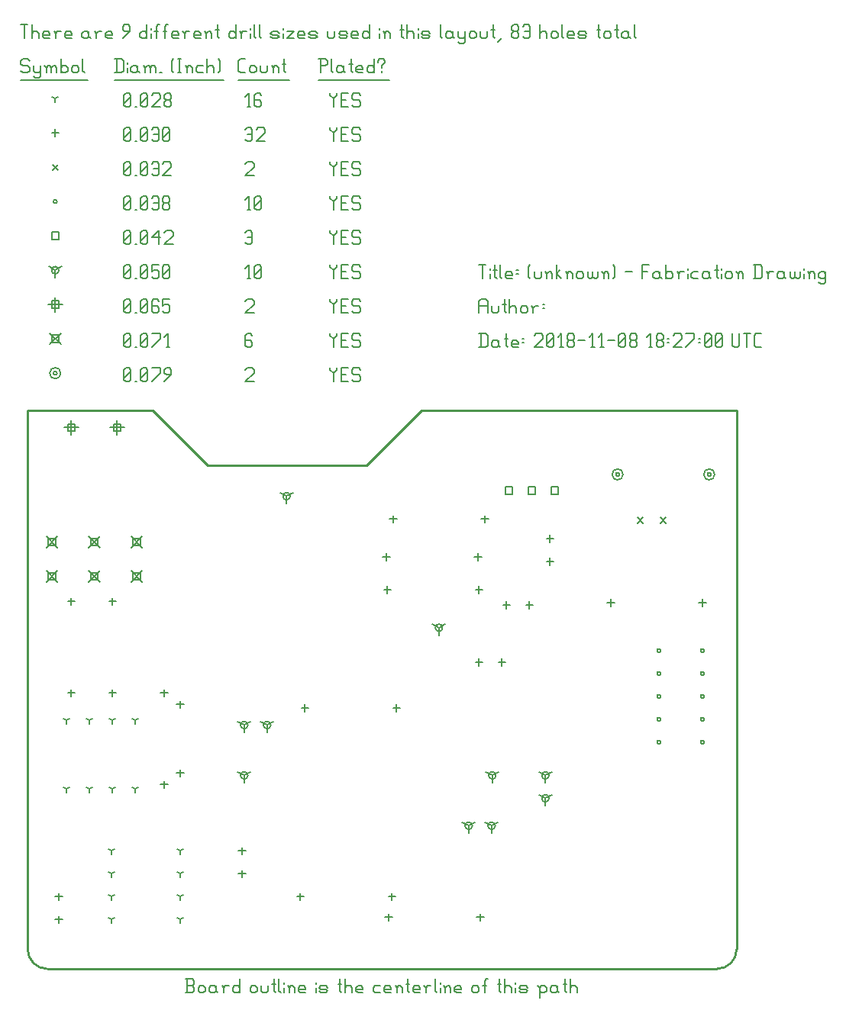
<source format=gbr>
G04 start of page 10 for group -1 layer_idx 268435461 *
G04 Title: (unknown), <virtual group> *
G04 Creator: pcb-rnd 2.0.1 *
G04 CreationDate: 2018-11-08 18:27:00 UTC *
G04 For:  *
G04 Format: Gerber/RS-274X *
G04 PCB-Dimensions: 316500 250000 *
G04 PCB-Coordinate-Origin: lower left *
%MOIN*%
%FSLAX25Y25*%
%LNFAB*%
%ADD82C,0.0100*%
%ADD81C,0.0060*%
%ADD80C,0.0080*%
G54D80*X259700Y217000D02*G75*G03X261300Y217000I800J0D01*G01*
G75*G03X259700Y217000I-800J0D01*G01*
X258100D02*G75*G03X262900Y217000I2400J0D01*G01*
G75*G03X258100Y217000I-2400J0D01*G01*
X299700D02*G75*G03X301300Y217000I800J0D01*G01*
G75*G03X299700Y217000I-800J0D01*G01*
X298100D02*G75*G03X302900Y217000I2400J0D01*G01*
G75*G03X298100Y217000I-2400J0D01*G01*
X14200Y261250D02*G75*G03X15800Y261250I800J0D01*G01*
G75*G03X14200Y261250I-800J0D01*G01*
X12600D02*G75*G03X17400Y261250I2400J0D01*G01*
G75*G03X12600Y261250I-2400J0D01*G01*
G54D81*X135000Y263500D02*Y262750D01*
X136500Y261250D01*
X138000Y262750D01*
Y263500D02*Y262750D01*
X136500Y261250D02*Y257500D01*
X139800Y260500D02*X142050D01*
X139800Y257500D02*X142800D01*
X139800Y263500D02*Y257500D01*
Y263500D02*X142800D01*
X147600D02*X148350Y262750D01*
X145350Y263500D02*X147600D01*
X144600Y262750D02*X145350Y263500D01*
X144600Y262750D02*Y261250D01*
X145350Y260500D01*
X147600D01*
X148350Y259750D01*
Y258250D01*
X147600Y257500D02*X148350Y258250D01*
X145350Y257500D02*X147600D01*
X144600Y258250D02*X145350Y257500D01*
X98000Y262750D02*X98750Y263500D01*
X101000D01*
X101750Y262750D01*
Y261250D01*
X98000Y257500D02*X101750Y261250D01*
X98000Y257500D02*X101750D01*
X45000Y258250D02*X45750Y257500D01*
X45000Y262750D02*Y258250D01*
Y262750D02*X45750Y263500D01*
X47250D01*
X48000Y262750D01*
Y258250D01*
X47250Y257500D02*X48000Y258250D01*
X45750Y257500D02*X47250D01*
X45000Y259000D02*X48000Y262000D01*
X49800Y257500D02*X50550D01*
X52350Y258250D02*X53100Y257500D01*
X52350Y262750D02*Y258250D01*
Y262750D02*X53100Y263500D01*
X54600D01*
X55350Y262750D01*
Y258250D01*
X54600Y257500D02*X55350Y258250D01*
X53100Y257500D02*X54600D01*
X52350Y259000D02*X55350Y262000D01*
X57150Y257500D02*X60900Y261250D01*
Y263500D02*Y261250D01*
X57150Y263500D02*X60900D01*
X62700Y257500D02*X65700Y260500D01*
Y262750D02*Y260500D01*
X64950Y263500D02*X65700Y262750D01*
X63450Y263500D02*X64950D01*
X62700Y262750D02*X63450Y263500D01*
X62700Y262750D02*Y261250D01*
X63450Y260500D01*
X65700D01*
X29600Y189900D02*X34400Y185100D01*
X29600D02*X34400Y189900D01*
X30400Y189100D02*X33600D01*
X30400D02*Y185900D01*
X33600D01*
Y189100D02*Y185900D01*
X29600Y174900D02*X34400Y170100D01*
X29600D02*X34400Y174900D01*
X30400Y174100D02*X33600D01*
X30400D02*Y170900D01*
X33600D01*
Y174100D02*Y170900D01*
X11100Y189900D02*X15900Y185100D01*
X11100D02*X15900Y189900D01*
X11900Y189100D02*X15100D01*
X11900D02*Y185900D01*
X15100D01*
Y189100D02*Y185900D01*
X48100Y189900D02*X52900Y185100D01*
X48100D02*X52900Y189900D01*
X48900Y189100D02*X52100D01*
X48900D02*Y185900D01*
X52100D01*
Y189100D02*Y185900D01*
X48100Y174900D02*X52900Y170100D01*
X48100D02*X52900Y174900D01*
X48900Y174100D02*X52100D01*
X48900D02*Y170900D01*
X52100D01*
Y174100D02*Y170900D01*
X11100Y174900D02*X15900Y170100D01*
X11100D02*X15900Y174900D01*
X11900Y174100D02*X15100D01*
X11900D02*Y170900D01*
X15100D01*
Y174100D02*Y170900D01*
X12600Y278650D02*X17400Y273850D01*
X12600D02*X17400Y278650D01*
X13400Y277850D02*X16600D01*
X13400D02*Y274650D01*
X16600D01*
Y277850D02*Y274650D01*
X135000Y278500D02*Y277750D01*
X136500Y276250D01*
X138000Y277750D01*
Y278500D02*Y277750D01*
X136500Y276250D02*Y272500D01*
X139800Y275500D02*X142050D01*
X139800Y272500D02*X142800D01*
X139800Y278500D02*Y272500D01*
Y278500D02*X142800D01*
X147600D02*X148350Y277750D01*
X145350Y278500D02*X147600D01*
X144600Y277750D02*X145350Y278500D01*
X144600Y277750D02*Y276250D01*
X145350Y275500D01*
X147600D01*
X148350Y274750D01*
Y273250D01*
X147600Y272500D02*X148350Y273250D01*
X145350Y272500D02*X147600D01*
X144600Y273250D02*X145350Y272500D01*
X100250Y278500D02*X101000Y277750D01*
X98750Y278500D02*X100250D01*
X98000Y277750D02*X98750Y278500D01*
X98000Y277750D02*Y273250D01*
X98750Y272500D01*
X100250Y275500D02*X101000Y274750D01*
X98000Y275500D02*X100250D01*
X98750Y272500D02*X100250D01*
X101000Y273250D01*
Y274750D02*Y273250D01*
X45000D02*X45750Y272500D01*
X45000Y277750D02*Y273250D01*
Y277750D02*X45750Y278500D01*
X47250D01*
X48000Y277750D01*
Y273250D01*
X47250Y272500D02*X48000Y273250D01*
X45750Y272500D02*X47250D01*
X45000Y274000D02*X48000Y277000D01*
X49800Y272500D02*X50550D01*
X52350Y273250D02*X53100Y272500D01*
X52350Y277750D02*Y273250D01*
Y277750D02*X53100Y278500D01*
X54600D01*
X55350Y277750D01*
Y273250D01*
X54600Y272500D02*X55350Y273250D01*
X53100Y272500D02*X54600D01*
X52350Y274000D02*X55350Y277000D01*
X57150Y272500D02*X60900Y276250D01*
Y278500D02*Y276250D01*
X57150Y278500D02*X60900D01*
X63450Y272500D02*X64950D01*
X64200Y278500D02*Y272500D01*
X62700Y277000D02*X64200Y278500D01*
X22000Y240700D02*Y234300D01*
X18800Y237500D02*X25200D01*
X20400Y239100D02*X23600D01*
X20400D02*Y235900D01*
X23600D01*
Y239100D02*Y235900D01*
X42000Y240700D02*Y234300D01*
X38800Y237500D02*X45200D01*
X40400Y239100D02*X43600D01*
X40400D02*Y235900D01*
X43600D01*
Y239100D02*Y235900D01*
X15000Y294450D02*Y288050D01*
X11800Y291250D02*X18200D01*
X13400Y292850D02*X16600D01*
X13400D02*Y289650D01*
X16600D01*
Y292850D02*Y289650D01*
X135000Y293500D02*Y292750D01*
X136500Y291250D01*
X138000Y292750D01*
Y293500D02*Y292750D01*
X136500Y291250D02*Y287500D01*
X139800Y290500D02*X142050D01*
X139800Y287500D02*X142800D01*
X139800Y293500D02*Y287500D01*
Y293500D02*X142800D01*
X147600D02*X148350Y292750D01*
X145350Y293500D02*X147600D01*
X144600Y292750D02*X145350Y293500D01*
X144600Y292750D02*Y291250D01*
X145350Y290500D01*
X147600D01*
X148350Y289750D01*
Y288250D01*
X147600Y287500D02*X148350Y288250D01*
X145350Y287500D02*X147600D01*
X144600Y288250D02*X145350Y287500D01*
X98000Y292750D02*X98750Y293500D01*
X101000D01*
X101750Y292750D01*
Y291250D01*
X98000Y287500D02*X101750Y291250D01*
X98000Y287500D02*X101750D01*
X45000Y288250D02*X45750Y287500D01*
X45000Y292750D02*Y288250D01*
Y292750D02*X45750Y293500D01*
X47250D01*
X48000Y292750D01*
Y288250D01*
X47250Y287500D02*X48000Y288250D01*
X45750Y287500D02*X47250D01*
X45000Y289000D02*X48000Y292000D01*
X49800Y287500D02*X50550D01*
X52350Y288250D02*X53100Y287500D01*
X52350Y292750D02*Y288250D01*
Y292750D02*X53100Y293500D01*
X54600D01*
X55350Y292750D01*
Y288250D01*
X54600Y287500D02*X55350Y288250D01*
X53100Y287500D02*X54600D01*
X52350Y289000D02*X55350Y292000D01*
X59400Y293500D02*X60150Y292750D01*
X57900Y293500D02*X59400D01*
X57150Y292750D02*X57900Y293500D01*
X57150Y292750D02*Y288250D01*
X57900Y287500D01*
X59400Y290500D02*X60150Y289750D01*
X57150Y290500D02*X59400D01*
X57900Y287500D02*X59400D01*
X60150Y288250D01*
Y289750D02*Y288250D01*
X61950Y293500D02*X64950D01*
X61950D02*Y290500D01*
X62700Y291250D01*
X64200D01*
X64950Y290500D01*
Y288250D01*
X64200Y287500D02*X64950Y288250D01*
X62700Y287500D02*X64200D01*
X61950Y288250D02*X62700Y287500D01*
X229000Y85500D02*Y82300D01*
Y85500D02*X231773Y87100D01*
X229000Y85500D02*X226227Y87100D01*
X227400Y85500D02*G75*G03X230600Y85500I1600J0D01*G01*
G75*G03X227400Y85500I-1600J0D01*G01*
X229000Y75500D02*Y72300D01*
Y75500D02*X231773Y77100D01*
X229000Y75500D02*X226227Y77100D01*
X227400Y75500D02*G75*G03X230600Y75500I1600J0D01*G01*
G75*G03X227400Y75500I-1600J0D01*G01*
X195500Y63500D02*Y60300D01*
Y63500D02*X198273Y65100D01*
X195500Y63500D02*X192727Y65100D01*
X193900Y63500D02*G75*G03X197100Y63500I1600J0D01*G01*
G75*G03X193900Y63500I-1600J0D01*G01*
X205500D02*Y60300D01*
Y63500D02*X208273Y65100D01*
X205500Y63500D02*X202727Y65100D01*
X203900Y63500D02*G75*G03X207100Y63500I1600J0D01*G01*
G75*G03X203900Y63500I-1600J0D01*G01*
X205800Y85500D02*Y82300D01*
Y85500D02*X208573Y87100D01*
X205800Y85500D02*X203027Y87100D01*
X204200Y85500D02*G75*G03X207400Y85500I1600J0D01*G01*
G75*G03X204200Y85500I-1600J0D01*G01*
X116000Y207500D02*Y204300D01*
Y207500D02*X118773Y209100D01*
X116000Y207500D02*X113227Y209100D01*
X114400Y207500D02*G75*G03X117600Y207500I1600J0D01*G01*
G75*G03X114400Y207500I-1600J0D01*G01*
X182500Y150000D02*Y146800D01*
Y150000D02*X185273Y151600D01*
X182500Y150000D02*X179727Y151600D01*
X180900Y150000D02*G75*G03X184100Y150000I1600J0D01*G01*
G75*G03X180900Y150000I-1600J0D01*G01*
X97500Y107500D02*Y104300D01*
Y107500D02*X100273Y109100D01*
X97500Y107500D02*X94727Y109100D01*
X95900Y107500D02*G75*G03X99100Y107500I1600J0D01*G01*
G75*G03X95900Y107500I-1600J0D01*G01*
X107500D02*Y104300D01*
Y107500D02*X110273Y109100D01*
X107500Y107500D02*X104727Y109100D01*
X105900Y107500D02*G75*G03X109100Y107500I1600J0D01*G01*
G75*G03X105900Y107500I-1600J0D01*G01*
X97500Y85500D02*Y82300D01*
Y85500D02*X100273Y87100D01*
X97500Y85500D02*X94727Y87100D01*
X95900Y85500D02*G75*G03X99100Y85500I1600J0D01*G01*
G75*G03X95900Y85500I-1600J0D01*G01*
X15000Y306250D02*Y303050D01*
Y306250D02*X17773Y307850D01*
X15000Y306250D02*X12227Y307850D01*
X13400Y306250D02*G75*G03X16600Y306250I1600J0D01*G01*
G75*G03X13400Y306250I-1600J0D01*G01*
X135000Y308500D02*Y307750D01*
X136500Y306250D01*
X138000Y307750D01*
Y308500D02*Y307750D01*
X136500Y306250D02*Y302500D01*
X139800Y305500D02*X142050D01*
X139800Y302500D02*X142800D01*
X139800Y308500D02*Y302500D01*
Y308500D02*X142800D01*
X147600D02*X148350Y307750D01*
X145350Y308500D02*X147600D01*
X144600Y307750D02*X145350Y308500D01*
X144600Y307750D02*Y306250D01*
X145350Y305500D01*
X147600D01*
X148350Y304750D01*
Y303250D01*
X147600Y302500D02*X148350Y303250D01*
X145350Y302500D02*X147600D01*
X144600Y303250D02*X145350Y302500D01*
X98750D02*X100250D01*
X99500Y308500D02*Y302500D01*
X98000Y307000D02*X99500Y308500D01*
X102050Y303250D02*X102800Y302500D01*
X102050Y307750D02*Y303250D01*
Y307750D02*X102800Y308500D01*
X104300D01*
X105050Y307750D01*
Y303250D01*
X104300Y302500D02*X105050Y303250D01*
X102800Y302500D02*X104300D01*
X102050Y304000D02*X105050Y307000D01*
X45000Y303250D02*X45750Y302500D01*
X45000Y307750D02*Y303250D01*
Y307750D02*X45750Y308500D01*
X47250D01*
X48000Y307750D01*
Y303250D01*
X47250Y302500D02*X48000Y303250D01*
X45750Y302500D02*X47250D01*
X45000Y304000D02*X48000Y307000D01*
X49800Y302500D02*X50550D01*
X52350Y303250D02*X53100Y302500D01*
X52350Y307750D02*Y303250D01*
Y307750D02*X53100Y308500D01*
X54600D01*
X55350Y307750D01*
Y303250D01*
X54600Y302500D02*X55350Y303250D01*
X53100Y302500D02*X54600D01*
X52350Y304000D02*X55350Y307000D01*
X57150Y308500D02*X60150D01*
X57150D02*Y305500D01*
X57900Y306250D01*
X59400D01*
X60150Y305500D01*
Y303250D01*
X59400Y302500D02*X60150Y303250D01*
X57900Y302500D02*X59400D01*
X57150Y303250D02*X57900Y302500D01*
X61950Y303250D02*X62700Y302500D01*
X61950Y307750D02*Y303250D01*
Y307750D02*X62700Y308500D01*
X64200D01*
X64950Y307750D01*
Y303250D01*
X64200Y302500D02*X64950Y303250D01*
X62700Y302500D02*X64200D01*
X61950Y304000D02*X64950Y307000D01*
X211400Y211600D02*X214600D01*
X211400D02*Y208400D01*
X214600D01*
Y211600D02*Y208400D01*
X221400Y211600D02*X224600D01*
X221400D02*Y208400D01*
X224600D01*
Y211600D02*Y208400D01*
X231400Y211600D02*X234600D01*
X231400D02*Y208400D01*
X234600D01*
Y211600D02*Y208400D01*
X13400Y322850D02*X16600D01*
X13400D02*Y319650D01*
X16600D01*
Y322850D02*Y319650D01*
X135000Y323500D02*Y322750D01*
X136500Y321250D01*
X138000Y322750D01*
Y323500D02*Y322750D01*
X136500Y321250D02*Y317500D01*
X139800Y320500D02*X142050D01*
X139800Y317500D02*X142800D01*
X139800Y323500D02*Y317500D01*
Y323500D02*X142800D01*
X147600D02*X148350Y322750D01*
X145350Y323500D02*X147600D01*
X144600Y322750D02*X145350Y323500D01*
X144600Y322750D02*Y321250D01*
X145350Y320500D01*
X147600D01*
X148350Y319750D01*
Y318250D01*
X147600Y317500D02*X148350Y318250D01*
X145350Y317500D02*X147600D01*
X144600Y318250D02*X145350Y317500D01*
X98000Y322750D02*X98750Y323500D01*
X100250D01*
X101000Y322750D01*
Y318250D01*
X100250Y317500D02*X101000Y318250D01*
X98750Y317500D02*X100250D01*
X98000Y318250D02*X98750Y317500D01*
Y320500D02*X101000D01*
X45000Y318250D02*X45750Y317500D01*
X45000Y322750D02*Y318250D01*
Y322750D02*X45750Y323500D01*
X47250D01*
X48000Y322750D01*
Y318250D01*
X47250Y317500D02*X48000Y318250D01*
X45750Y317500D02*X47250D01*
X45000Y319000D02*X48000Y322000D01*
X49800Y317500D02*X50550D01*
X52350Y318250D02*X53100Y317500D01*
X52350Y322750D02*Y318250D01*
Y322750D02*X53100Y323500D01*
X54600D01*
X55350Y322750D01*
Y318250D01*
X54600Y317500D02*X55350Y318250D01*
X53100Y317500D02*X54600D01*
X52350Y319000D02*X55350Y322000D01*
X57150Y320500D02*X60150Y323500D01*
X57150Y320500D02*X60900D01*
X60150Y323500D02*Y317500D01*
X62700Y322750D02*X63450Y323500D01*
X65700D01*
X66450Y322750D01*
Y321250D01*
X62700Y317500D02*X66450Y321250D01*
X62700Y317500D02*X66450D01*
X296700Y140000D02*G75*G03X298300Y140000I800J0D01*G01*
G75*G03X296700Y140000I-800J0D01*G01*
Y130000D02*G75*G03X298300Y130000I800J0D01*G01*
G75*G03X296700Y130000I-800J0D01*G01*
Y120000D02*G75*G03X298300Y120000I800J0D01*G01*
G75*G03X296700Y120000I-800J0D01*G01*
Y110000D02*G75*G03X298300Y110000I800J0D01*G01*
G75*G03X296700Y110000I-800J0D01*G01*
Y100000D02*G75*G03X298300Y100000I800J0D01*G01*
G75*G03X296700Y100000I-800J0D01*G01*
X277700Y140000D02*G75*G03X279300Y140000I800J0D01*G01*
G75*G03X277700Y140000I-800J0D01*G01*
Y130000D02*G75*G03X279300Y130000I800J0D01*G01*
G75*G03X277700Y130000I-800J0D01*G01*
Y120000D02*G75*G03X279300Y120000I800J0D01*G01*
G75*G03X277700Y120000I-800J0D01*G01*
Y110000D02*G75*G03X279300Y110000I800J0D01*G01*
G75*G03X277700Y110000I-800J0D01*G01*
Y100000D02*G75*G03X279300Y100000I800J0D01*G01*
G75*G03X277700Y100000I-800J0D01*G01*
X14200Y336250D02*G75*G03X15800Y336250I800J0D01*G01*
G75*G03X14200Y336250I-800J0D01*G01*
X135000Y338500D02*Y337750D01*
X136500Y336250D01*
X138000Y337750D01*
Y338500D02*Y337750D01*
X136500Y336250D02*Y332500D01*
X139800Y335500D02*X142050D01*
X139800Y332500D02*X142800D01*
X139800Y338500D02*Y332500D01*
Y338500D02*X142800D01*
X147600D02*X148350Y337750D01*
X145350Y338500D02*X147600D01*
X144600Y337750D02*X145350Y338500D01*
X144600Y337750D02*Y336250D01*
X145350Y335500D01*
X147600D01*
X148350Y334750D01*
Y333250D01*
X147600Y332500D02*X148350Y333250D01*
X145350Y332500D02*X147600D01*
X144600Y333250D02*X145350Y332500D01*
X98750D02*X100250D01*
X99500Y338500D02*Y332500D01*
X98000Y337000D02*X99500Y338500D01*
X102050Y333250D02*X102800Y332500D01*
X102050Y337750D02*Y333250D01*
Y337750D02*X102800Y338500D01*
X104300D01*
X105050Y337750D01*
Y333250D01*
X104300Y332500D02*X105050Y333250D01*
X102800Y332500D02*X104300D01*
X102050Y334000D02*X105050Y337000D01*
X45000Y333250D02*X45750Y332500D01*
X45000Y337750D02*Y333250D01*
Y337750D02*X45750Y338500D01*
X47250D01*
X48000Y337750D01*
Y333250D01*
X47250Y332500D02*X48000Y333250D01*
X45750Y332500D02*X47250D01*
X45000Y334000D02*X48000Y337000D01*
X49800Y332500D02*X50550D01*
X52350Y333250D02*X53100Y332500D01*
X52350Y337750D02*Y333250D01*
Y337750D02*X53100Y338500D01*
X54600D01*
X55350Y337750D01*
Y333250D01*
X54600Y332500D02*X55350Y333250D01*
X53100Y332500D02*X54600D01*
X52350Y334000D02*X55350Y337000D01*
X57150Y337750D02*X57900Y338500D01*
X59400D01*
X60150Y337750D01*
Y333250D01*
X59400Y332500D02*X60150Y333250D01*
X57900Y332500D02*X59400D01*
X57150Y333250D02*X57900Y332500D01*
Y335500D02*X60150D01*
X61950Y333250D02*X62700Y332500D01*
X61950Y334750D02*Y333250D01*
Y334750D02*X62700Y335500D01*
X64200D01*
X64950Y334750D01*
Y333250D01*
X64200Y332500D02*X64950Y333250D01*
X62700Y332500D02*X64200D01*
X61950Y336250D02*X62700Y335500D01*
X61950Y337750D02*Y336250D01*
Y337750D02*X62700Y338500D01*
X64200D01*
X64950Y337750D01*
Y336250D01*
X64200Y335500D02*X64950Y336250D01*
X269300Y198200D02*X271700Y195800D01*
X269300D02*X271700Y198200D01*
X279300D02*X281700Y195800D01*
X279300D02*X281700Y198200D01*
X13800Y352450D02*X16200Y350050D01*
X13800D02*X16200Y352450D01*
X135000Y353500D02*Y352750D01*
X136500Y351250D01*
X138000Y352750D01*
Y353500D02*Y352750D01*
X136500Y351250D02*Y347500D01*
X139800Y350500D02*X142050D01*
X139800Y347500D02*X142800D01*
X139800Y353500D02*Y347500D01*
Y353500D02*X142800D01*
X147600D02*X148350Y352750D01*
X145350Y353500D02*X147600D01*
X144600Y352750D02*X145350Y353500D01*
X144600Y352750D02*Y351250D01*
X145350Y350500D01*
X147600D01*
X148350Y349750D01*
Y348250D01*
X147600Y347500D02*X148350Y348250D01*
X145350Y347500D02*X147600D01*
X144600Y348250D02*X145350Y347500D01*
X98000Y352750D02*X98750Y353500D01*
X101000D01*
X101750Y352750D01*
Y351250D01*
X98000Y347500D02*X101750Y351250D01*
X98000Y347500D02*X101750D01*
X45000Y348250D02*X45750Y347500D01*
X45000Y352750D02*Y348250D01*
Y352750D02*X45750Y353500D01*
X47250D01*
X48000Y352750D01*
Y348250D01*
X47250Y347500D02*X48000Y348250D01*
X45750Y347500D02*X47250D01*
X45000Y349000D02*X48000Y352000D01*
X49800Y347500D02*X50550D01*
X52350Y348250D02*X53100Y347500D01*
X52350Y352750D02*Y348250D01*
Y352750D02*X53100Y353500D01*
X54600D01*
X55350Y352750D01*
Y348250D01*
X54600Y347500D02*X55350Y348250D01*
X53100Y347500D02*X54600D01*
X52350Y349000D02*X55350Y352000D01*
X57150Y352750D02*X57900Y353500D01*
X59400D01*
X60150Y352750D01*
Y348250D01*
X59400Y347500D02*X60150Y348250D01*
X57900Y347500D02*X59400D01*
X57150Y348250D02*X57900Y347500D01*
Y350500D02*X60150D01*
X61950Y352750D02*X62700Y353500D01*
X64950D01*
X65700Y352750D01*
Y351250D01*
X61950Y347500D02*X65700Y351250D01*
X61950Y347500D02*X65700D01*
X22000Y163100D02*Y159900D01*
X20400Y161500D02*X23600D01*
X40000Y163100D02*Y159900D01*
X38400Y161500D02*X41600D01*
X40000Y123100D02*Y119900D01*
X38400Y121500D02*X41600D01*
X22000Y123100D02*Y119900D01*
X20400Y121500D02*X23600D01*
X231000Y190600D02*Y187400D01*
X229400Y189000D02*X232600D01*
X231000Y180600D02*Y177400D01*
X229400Y179000D02*X232600D01*
X297500Y162600D02*Y159400D01*
X295900Y161000D02*X299100D01*
X210000Y136600D02*Y133400D01*
X208400Y135000D02*X211600D01*
X212000Y161600D02*Y158400D01*
X210400Y160000D02*X213600D01*
X222000Y161600D02*Y158400D01*
X220400Y160000D02*X223600D01*
X257500Y162600D02*Y159400D01*
X255900Y161000D02*X259100D01*
X69500Y118100D02*Y114900D01*
X67900Y116500D02*X71100D01*
X69500Y88100D02*Y84900D01*
X67900Y86500D02*X71100D01*
X62500Y123100D02*Y119900D01*
X60900Y121500D02*X64100D01*
X62500Y83100D02*Y79900D01*
X60900Y81500D02*X64100D01*
X96500Y54100D02*Y50900D01*
X94900Y52500D02*X98100D01*
X96500Y44100D02*Y40900D01*
X94900Y42500D02*X98100D01*
X122000Y34100D02*Y30900D01*
X120400Y32500D02*X123600D01*
X162000Y34100D02*Y30900D01*
X160400Y32500D02*X163600D01*
X160500Y25100D02*Y21900D01*
X158900Y23500D02*X162100D01*
X200500Y25100D02*Y21900D01*
X198900Y23500D02*X202100D01*
X162500Y199100D02*Y195900D01*
X160900Y197500D02*X164100D01*
X202500Y199100D02*Y195900D01*
X200900Y197500D02*X204100D01*
X199500Y182600D02*Y179400D01*
X197900Y181000D02*X201100D01*
X200000Y136600D02*Y133400D01*
X198400Y135000D02*X201600D01*
X200000Y168300D02*Y165100D01*
X198400Y166700D02*X201600D01*
X159500Y182600D02*Y179400D01*
X157900Y181000D02*X161100D01*
X160000Y168300D02*Y165100D01*
X158400Y166700D02*X161600D01*
X124000Y116600D02*Y113400D01*
X122400Y115000D02*X125600D01*
X164000Y116600D02*Y113400D01*
X162400Y115000D02*X165600D01*
X16500Y34100D02*Y30900D01*
X14900Y32500D02*X18100D01*
X16500Y24100D02*Y20900D01*
X14900Y22500D02*X18100D01*
X15000Y367850D02*Y364650D01*
X13400Y366250D02*X16600D01*
X135000Y368500D02*Y367750D01*
X136500Y366250D01*
X138000Y367750D01*
Y368500D02*Y367750D01*
X136500Y366250D02*Y362500D01*
X139800Y365500D02*X142050D01*
X139800Y362500D02*X142800D01*
X139800Y368500D02*Y362500D01*
Y368500D02*X142800D01*
X147600D02*X148350Y367750D01*
X145350Y368500D02*X147600D01*
X144600Y367750D02*X145350Y368500D01*
X144600Y367750D02*Y366250D01*
X145350Y365500D01*
X147600D01*
X148350Y364750D01*
Y363250D01*
X147600Y362500D02*X148350Y363250D01*
X145350Y362500D02*X147600D01*
X144600Y363250D02*X145350Y362500D01*
X98000Y367750D02*X98750Y368500D01*
X100250D01*
X101000Y367750D01*
Y363250D01*
X100250Y362500D02*X101000Y363250D01*
X98750Y362500D02*X100250D01*
X98000Y363250D02*X98750Y362500D01*
Y365500D02*X101000D01*
X102800Y367750D02*X103550Y368500D01*
X105800D01*
X106550Y367750D01*
Y366250D01*
X102800Y362500D02*X106550Y366250D01*
X102800Y362500D02*X106550D01*
X45000Y363250D02*X45750Y362500D01*
X45000Y367750D02*Y363250D01*
Y367750D02*X45750Y368500D01*
X47250D01*
X48000Y367750D01*
Y363250D01*
X47250Y362500D02*X48000Y363250D01*
X45750Y362500D02*X47250D01*
X45000Y364000D02*X48000Y367000D01*
X49800Y362500D02*X50550D01*
X52350Y363250D02*X53100Y362500D01*
X52350Y367750D02*Y363250D01*
Y367750D02*X53100Y368500D01*
X54600D01*
X55350Y367750D01*
Y363250D01*
X54600Y362500D02*X55350Y363250D01*
X53100Y362500D02*X54600D01*
X52350Y364000D02*X55350Y367000D01*
X57150Y367750D02*X57900Y368500D01*
X59400D01*
X60150Y367750D01*
Y363250D01*
X59400Y362500D02*X60150Y363250D01*
X57900Y362500D02*X59400D01*
X57150Y363250D02*X57900Y362500D01*
Y365500D02*X60150D01*
X61950Y363250D02*X62700Y362500D01*
X61950Y367750D02*Y363250D01*
Y367750D02*X62700Y368500D01*
X64200D01*
X64950Y367750D01*
Y363250D01*
X64200Y362500D02*X64950Y363250D01*
X62700Y362500D02*X64200D01*
X61950Y364000D02*X64950Y367000D01*
X40000Y109500D02*Y107900D01*
Y109500D02*X41387Y110300D01*
X40000Y109500D02*X38613Y110300D01*
X30000Y109500D02*Y107900D01*
Y109500D02*X31387Y110300D01*
X30000Y109500D02*X28613Y110300D01*
X20000Y109500D02*Y107900D01*
Y109500D02*X21387Y110300D01*
X20000Y109500D02*X18613Y110300D01*
X20000Y79500D02*Y77900D01*
Y79500D02*X21387Y80300D01*
X20000Y79500D02*X18613Y80300D01*
X30000Y79500D02*Y77900D01*
Y79500D02*X31387Y80300D01*
X30000Y79500D02*X28613Y80300D01*
X40000Y79500D02*Y77900D01*
Y79500D02*X41387Y80300D01*
X40000Y79500D02*X38613Y80300D01*
X39500Y52500D02*Y50900D01*
Y52500D02*X40887Y53300D01*
X39500Y52500D02*X38113Y53300D01*
X39500Y42500D02*Y40900D01*
Y42500D02*X40887Y43300D01*
X39500Y42500D02*X38113Y43300D01*
X39500Y32500D02*Y30900D01*
Y32500D02*X40887Y33300D01*
X39500Y32500D02*X38113Y33300D01*
X39500Y22500D02*Y20900D01*
Y22500D02*X40887Y23300D01*
X39500Y22500D02*X38113Y23300D01*
X50000Y109500D02*Y107900D01*
Y109500D02*X51387Y110300D01*
X50000Y109500D02*X48613Y110300D01*
X50000Y79500D02*Y77900D01*
Y79500D02*X51387Y80300D01*
X50000Y79500D02*X48613Y80300D01*
X69500Y22500D02*Y20900D01*
Y22500D02*X70887Y23300D01*
X69500Y22500D02*X68113Y23300D01*
X69500Y32500D02*Y30900D01*
Y32500D02*X70887Y33300D01*
X69500Y32500D02*X68113Y33300D01*
X69500Y42500D02*Y40900D01*
Y42500D02*X70887Y43300D01*
X69500Y42500D02*X68113Y43300D01*
X69500Y52500D02*Y50900D01*
Y52500D02*X70887Y53300D01*
X69500Y52500D02*X68113Y53300D01*
X15000Y381250D02*Y379650D01*
Y381250D02*X16387Y382050D01*
X15000Y381250D02*X13613Y382050D01*
X135000Y383500D02*Y382750D01*
X136500Y381250D01*
X138000Y382750D01*
Y383500D02*Y382750D01*
X136500Y381250D02*Y377500D01*
X139800Y380500D02*X142050D01*
X139800Y377500D02*X142800D01*
X139800Y383500D02*Y377500D01*
Y383500D02*X142800D01*
X147600D02*X148350Y382750D01*
X145350Y383500D02*X147600D01*
X144600Y382750D02*X145350Y383500D01*
X144600Y382750D02*Y381250D01*
X145350Y380500D01*
X147600D01*
X148350Y379750D01*
Y378250D01*
X147600Y377500D02*X148350Y378250D01*
X145350Y377500D02*X147600D01*
X144600Y378250D02*X145350Y377500D01*
X98750D02*X100250D01*
X99500Y383500D02*Y377500D01*
X98000Y382000D02*X99500Y383500D01*
X104300D02*X105050Y382750D01*
X102800Y383500D02*X104300D01*
X102050Y382750D02*X102800Y383500D01*
X102050Y382750D02*Y378250D01*
X102800Y377500D01*
X104300Y380500D02*X105050Y379750D01*
X102050Y380500D02*X104300D01*
X102800Y377500D02*X104300D01*
X105050Y378250D01*
Y379750D02*Y378250D01*
X45000D02*X45750Y377500D01*
X45000Y382750D02*Y378250D01*
Y382750D02*X45750Y383500D01*
X47250D01*
X48000Y382750D01*
Y378250D01*
X47250Y377500D02*X48000Y378250D01*
X45750Y377500D02*X47250D01*
X45000Y379000D02*X48000Y382000D01*
X49800Y377500D02*X50550D01*
X52350Y378250D02*X53100Y377500D01*
X52350Y382750D02*Y378250D01*
Y382750D02*X53100Y383500D01*
X54600D01*
X55350Y382750D01*
Y378250D01*
X54600Y377500D02*X55350Y378250D01*
X53100Y377500D02*X54600D01*
X52350Y379000D02*X55350Y382000D01*
X57150Y382750D02*X57900Y383500D01*
X60150D01*
X60900Y382750D01*
Y381250D01*
X57150Y377500D02*X60900Y381250D01*
X57150Y377500D02*X60900D01*
X62700Y378250D02*X63450Y377500D01*
X62700Y379750D02*Y378250D01*
Y379750D02*X63450Y380500D01*
X64950D01*
X65700Y379750D01*
Y378250D01*
X64950Y377500D02*X65700Y378250D01*
X63450Y377500D02*X64950D01*
X62700Y381250D02*X63450Y380500D01*
X62700Y382750D02*Y381250D01*
Y382750D02*X63450Y383500D01*
X64950D01*
X65700Y382750D01*
Y381250D01*
X64950Y380500D02*X65700Y381250D01*
X3000Y398500D02*X3750Y397750D01*
X750Y398500D02*X3000D01*
X0Y397750D02*X750Y398500D01*
X0Y397750D02*Y396250D01*
X750Y395500D01*
X3000D01*
X3750Y394750D01*
Y393250D01*
X3000Y392500D02*X3750Y393250D01*
X750Y392500D02*X3000D01*
X0Y393250D02*X750Y392500D01*
X5550Y395500D02*Y393250D01*
X6300Y392500D01*
X8550Y395500D02*Y391000D01*
X7800Y390250D02*X8550Y391000D01*
X6300Y390250D02*X7800D01*
X5550Y391000D02*X6300Y390250D01*
Y392500D02*X7800D01*
X8550Y393250D01*
X11100Y394750D02*Y392500D01*
Y394750D02*X11850Y395500D01*
X12600D01*
X13350Y394750D01*
Y392500D01*
Y394750D02*X14100Y395500D01*
X14850D01*
X15600Y394750D01*
Y392500D01*
X10350Y395500D02*X11100Y394750D01*
X17400Y398500D02*Y392500D01*
Y393250D02*X18150Y392500D01*
X19650D01*
X20400Y393250D01*
Y394750D02*Y393250D01*
X19650Y395500D02*X20400Y394750D01*
X18150Y395500D02*X19650D01*
X17400Y394750D02*X18150Y395500D01*
X22200Y394750D02*Y393250D01*
Y394750D02*X22950Y395500D01*
X24450D01*
X25200Y394750D01*
Y393250D01*
X24450Y392500D02*X25200Y393250D01*
X22950Y392500D02*X24450D01*
X22200Y393250D02*X22950Y392500D01*
X27000Y398500D02*Y393250D01*
X27750Y392500D01*
X0Y389250D02*X29250D01*
X41750Y398500D02*Y392500D01*
X44000Y398500D02*X44750Y397750D01*
Y393250D01*
X44000Y392500D02*X44750Y393250D01*
X41000Y392500D02*X44000D01*
X41000Y398500D02*X44000D01*
X46550Y397000D02*Y396250D01*
Y394750D02*Y392500D01*
X50300Y395500D02*X51050Y394750D01*
X48800Y395500D02*X50300D01*
X48050Y394750D02*X48800Y395500D01*
X48050Y394750D02*Y393250D01*
X48800Y392500D01*
X51050Y395500D02*Y393250D01*
X51800Y392500D01*
X48800D02*X50300D01*
X51050Y393250D01*
X54350Y394750D02*Y392500D01*
Y394750D02*X55100Y395500D01*
X55850D01*
X56600Y394750D01*
Y392500D01*
Y394750D02*X57350Y395500D01*
X58100D01*
X58850Y394750D01*
Y392500D01*
X53600Y395500D02*X54350Y394750D01*
X60650Y392500D02*X61400D01*
X65900Y393250D02*X66650Y392500D01*
X65900Y397750D02*X66650Y398500D01*
X65900Y397750D02*Y393250D01*
X68450Y398500D02*X69950D01*
X69200D02*Y392500D01*
X68450D02*X69950D01*
X72500Y394750D02*Y392500D01*
Y394750D02*X73250Y395500D01*
X74000D01*
X74750Y394750D01*
Y392500D01*
X71750Y395500D02*X72500Y394750D01*
X77300Y395500D02*X79550D01*
X76550Y394750D02*X77300Y395500D01*
X76550Y394750D02*Y393250D01*
X77300Y392500D01*
X79550D01*
X81350Y398500D02*Y392500D01*
Y394750D02*X82100Y395500D01*
X83600D01*
X84350Y394750D01*
Y392500D01*
X86150Y398500D02*X86900Y397750D01*
Y393250D01*
X86150Y392500D02*X86900Y393250D01*
X41000Y389250D02*X88700D01*
X95750Y392500D02*X98000D01*
X95000Y393250D02*X95750Y392500D01*
X95000Y397750D02*Y393250D01*
Y397750D02*X95750Y398500D01*
X98000D01*
X99800Y394750D02*Y393250D01*
Y394750D02*X100550Y395500D01*
X102050D01*
X102800Y394750D01*
Y393250D01*
X102050Y392500D02*X102800Y393250D01*
X100550Y392500D02*X102050D01*
X99800Y393250D02*X100550Y392500D01*
X104600Y395500D02*Y393250D01*
X105350Y392500D01*
X106850D01*
X107600Y393250D01*
Y395500D02*Y393250D01*
X110150Y394750D02*Y392500D01*
Y394750D02*X110900Y395500D01*
X111650D01*
X112400Y394750D01*
Y392500D01*
X109400Y395500D02*X110150Y394750D01*
X114950Y398500D02*Y393250D01*
X115700Y392500D01*
X114200Y396250D02*X115700D01*
X95000Y389250D02*X117200D01*
X130750Y398500D02*Y392500D01*
X130000Y398500D02*X133000D01*
X133750Y397750D01*
Y396250D01*
X133000Y395500D02*X133750Y396250D01*
X130750Y395500D02*X133000D01*
X135550Y398500D02*Y393250D01*
X136300Y392500D01*
X140050Y395500D02*X140800Y394750D01*
X138550Y395500D02*X140050D01*
X137800Y394750D02*X138550Y395500D01*
X137800Y394750D02*Y393250D01*
X138550Y392500D01*
X140800Y395500D02*Y393250D01*
X141550Y392500D01*
X138550D02*X140050D01*
X140800Y393250D01*
X144100Y398500D02*Y393250D01*
X144850Y392500D01*
X143350Y396250D02*X144850D01*
X147100Y392500D02*X149350D01*
X146350Y393250D02*X147100Y392500D01*
X146350Y394750D02*Y393250D01*
Y394750D02*X147100Y395500D01*
X148600D01*
X149350Y394750D01*
X146350Y394000D02*X149350D01*
Y394750D01*
X154150Y398500D02*Y392500D01*
X153400D02*X154150Y393250D01*
X151900Y392500D02*X153400D01*
X151150Y393250D02*X151900Y392500D01*
X151150Y394750D02*Y393250D01*
Y394750D02*X151900Y395500D01*
X153400D01*
X154150Y394750D01*
X157450Y395500D02*Y394750D01*
Y393250D02*Y392500D01*
X155950Y397750D02*Y397000D01*
Y397750D02*X156700Y398500D01*
X158200D01*
X158950Y397750D01*
Y397000D01*
X157450Y395500D02*X158950Y397000D01*
X130000Y389250D02*X160750D01*
X0Y413500D02*X3000D01*
X1500D02*Y407500D01*
X4800Y413500D02*Y407500D01*
Y409750D02*X5550Y410500D01*
X7050D01*
X7800Y409750D01*
Y407500D01*
X10350D02*X12600D01*
X9600Y408250D02*X10350Y407500D01*
X9600Y409750D02*Y408250D01*
Y409750D02*X10350Y410500D01*
X11850D01*
X12600Y409750D01*
X9600Y409000D02*X12600D01*
Y409750D01*
X15150D02*Y407500D01*
Y409750D02*X15900Y410500D01*
X17400D01*
X14400D02*X15150Y409750D01*
X19950Y407500D02*X22200D01*
X19200Y408250D02*X19950Y407500D01*
X19200Y409750D02*Y408250D01*
Y409750D02*X19950Y410500D01*
X21450D01*
X22200Y409750D01*
X19200Y409000D02*X22200D01*
Y409750D01*
X28950Y410500D02*X29700Y409750D01*
X27450Y410500D02*X28950D01*
X26700Y409750D02*X27450Y410500D01*
X26700Y409750D02*Y408250D01*
X27450Y407500D01*
X29700Y410500D02*Y408250D01*
X30450Y407500D01*
X27450D02*X28950D01*
X29700Y408250D01*
X33000Y409750D02*Y407500D01*
Y409750D02*X33750Y410500D01*
X35250D01*
X32250D02*X33000Y409750D01*
X37800Y407500D02*X40050D01*
X37050Y408250D02*X37800Y407500D01*
X37050Y409750D02*Y408250D01*
Y409750D02*X37800Y410500D01*
X39300D01*
X40050Y409750D01*
X37050Y409000D02*X40050D01*
Y409750D01*
X44550Y407500D02*X47550Y410500D01*
Y412750D02*Y410500D01*
X46800Y413500D02*X47550Y412750D01*
X45300Y413500D02*X46800D01*
X44550Y412750D02*X45300Y413500D01*
X44550Y412750D02*Y411250D01*
X45300Y410500D01*
X47550D01*
X55050Y413500D02*Y407500D01*
X54300D02*X55050Y408250D01*
X52800Y407500D02*X54300D01*
X52050Y408250D02*X52800Y407500D01*
X52050Y409750D02*Y408250D01*
Y409750D02*X52800Y410500D01*
X54300D01*
X55050Y409750D01*
X56850Y412000D02*Y411250D01*
Y409750D02*Y407500D01*
X59100Y412750D02*Y407500D01*
Y412750D02*X59850Y413500D01*
X60600D01*
X58350Y410500D02*X59850D01*
X62850Y412750D02*Y407500D01*
Y412750D02*X63600Y413500D01*
X64350D01*
X62100Y410500D02*X63600D01*
X66600Y407500D02*X68850D01*
X65850Y408250D02*X66600Y407500D01*
X65850Y409750D02*Y408250D01*
Y409750D02*X66600Y410500D01*
X68100D01*
X68850Y409750D01*
X65850Y409000D02*X68850D01*
Y409750D01*
X71400D02*Y407500D01*
Y409750D02*X72150Y410500D01*
X73650D01*
X70650D02*X71400Y409750D01*
X76200Y407500D02*X78450D01*
X75450Y408250D02*X76200Y407500D01*
X75450Y409750D02*Y408250D01*
Y409750D02*X76200Y410500D01*
X77700D01*
X78450Y409750D01*
X75450Y409000D02*X78450D01*
Y409750D01*
X81000D02*Y407500D01*
Y409750D02*X81750Y410500D01*
X82500D01*
X83250Y409750D01*
Y407500D01*
X80250Y410500D02*X81000Y409750D01*
X85800Y413500D02*Y408250D01*
X86550Y407500D01*
X85050Y411250D02*X86550D01*
X93750Y413500D02*Y407500D01*
X93000D02*X93750Y408250D01*
X91500Y407500D02*X93000D01*
X90750Y408250D02*X91500Y407500D01*
X90750Y409750D02*Y408250D01*
Y409750D02*X91500Y410500D01*
X93000D01*
X93750Y409750D01*
X96300D02*Y407500D01*
Y409750D02*X97050Y410500D01*
X98550D01*
X95550D02*X96300Y409750D01*
X100350Y412000D02*Y411250D01*
Y409750D02*Y407500D01*
X101850Y413500D02*Y408250D01*
X102600Y407500D01*
X104100Y413500D02*Y408250D01*
X104850Y407500D01*
X109800D02*X112050D01*
X112800Y408250D01*
X112050Y409000D02*X112800Y408250D01*
X109800Y409000D02*X112050D01*
X109050Y409750D02*X109800Y409000D01*
X109050Y409750D02*X109800Y410500D01*
X112050D01*
X112800Y409750D01*
X109050Y408250D02*X109800Y407500D01*
X114600Y412000D02*Y411250D01*
Y409750D02*Y407500D01*
X116100Y410500D02*X119100D01*
X116100Y407500D02*X119100Y410500D01*
X116100Y407500D02*X119100D01*
X121650D02*X123900D01*
X120900Y408250D02*X121650Y407500D01*
X120900Y409750D02*Y408250D01*
Y409750D02*X121650Y410500D01*
X123150D01*
X123900Y409750D01*
X120900Y409000D02*X123900D01*
Y409750D01*
X126450Y407500D02*X128700D01*
X129450Y408250D01*
X128700Y409000D02*X129450Y408250D01*
X126450Y409000D02*X128700D01*
X125700Y409750D02*X126450Y409000D01*
X125700Y409750D02*X126450Y410500D01*
X128700D01*
X129450Y409750D01*
X125700Y408250D02*X126450Y407500D01*
X133950Y410500D02*Y408250D01*
X134700Y407500D01*
X136200D01*
X136950Y408250D01*
Y410500D02*Y408250D01*
X139500Y407500D02*X141750D01*
X142500Y408250D01*
X141750Y409000D02*X142500Y408250D01*
X139500Y409000D02*X141750D01*
X138750Y409750D02*X139500Y409000D01*
X138750Y409750D02*X139500Y410500D01*
X141750D01*
X142500Y409750D01*
X138750Y408250D02*X139500Y407500D01*
X145050D02*X147300D01*
X144300Y408250D02*X145050Y407500D01*
X144300Y409750D02*Y408250D01*
Y409750D02*X145050Y410500D01*
X146550D01*
X147300Y409750D01*
X144300Y409000D02*X147300D01*
Y409750D01*
X152100Y413500D02*Y407500D01*
X151350D02*X152100Y408250D01*
X149850Y407500D02*X151350D01*
X149100Y408250D02*X149850Y407500D01*
X149100Y409750D02*Y408250D01*
Y409750D02*X149850Y410500D01*
X151350D01*
X152100Y409750D01*
X156600Y412000D02*Y411250D01*
Y409750D02*Y407500D01*
X158850Y409750D02*Y407500D01*
Y409750D02*X159600Y410500D01*
X160350D01*
X161100Y409750D01*
Y407500D01*
X158100Y410500D02*X158850Y409750D01*
X166350Y413500D02*Y408250D01*
X167100Y407500D01*
X165600Y411250D02*X167100D01*
X168600Y413500D02*Y407500D01*
Y409750D02*X169350Y410500D01*
X170850D01*
X171600Y409750D01*
Y407500D01*
X173400Y412000D02*Y411250D01*
Y409750D02*Y407500D01*
X175650D02*X177900D01*
X178650Y408250D01*
X177900Y409000D02*X178650Y408250D01*
X175650Y409000D02*X177900D01*
X174900Y409750D02*X175650Y409000D01*
X174900Y409750D02*X175650Y410500D01*
X177900D01*
X178650Y409750D01*
X174900Y408250D02*X175650Y407500D01*
X183150Y413500D02*Y408250D01*
X183900Y407500D01*
X187650Y410500D02*X188400Y409750D01*
X186150Y410500D02*X187650D01*
X185400Y409750D02*X186150Y410500D01*
X185400Y409750D02*Y408250D01*
X186150Y407500D01*
X188400Y410500D02*Y408250D01*
X189150Y407500D01*
X186150D02*X187650D01*
X188400Y408250D01*
X190950Y410500D02*Y408250D01*
X191700Y407500D01*
X193950Y410500D02*Y406000D01*
X193200Y405250D02*X193950Y406000D01*
X191700Y405250D02*X193200D01*
X190950Y406000D02*X191700Y405250D01*
Y407500D02*X193200D01*
X193950Y408250D01*
X195750Y409750D02*Y408250D01*
Y409750D02*X196500Y410500D01*
X198000D01*
X198750Y409750D01*
Y408250D01*
X198000Y407500D02*X198750Y408250D01*
X196500Y407500D02*X198000D01*
X195750Y408250D02*X196500Y407500D01*
X200550Y410500D02*Y408250D01*
X201300Y407500D01*
X202800D01*
X203550Y408250D01*
Y410500D02*Y408250D01*
X206100Y413500D02*Y408250D01*
X206850Y407500D01*
X205350Y411250D02*X206850D01*
X208350Y406000D02*X209850Y407500D01*
X214350Y408250D02*X215100Y407500D01*
X214350Y409750D02*Y408250D01*
Y409750D02*X215100Y410500D01*
X216600D01*
X217350Y409750D01*
Y408250D01*
X216600Y407500D02*X217350Y408250D01*
X215100Y407500D02*X216600D01*
X214350Y411250D02*X215100Y410500D01*
X214350Y412750D02*Y411250D01*
Y412750D02*X215100Y413500D01*
X216600D01*
X217350Y412750D01*
Y411250D01*
X216600Y410500D02*X217350Y411250D01*
X219150Y412750D02*X219900Y413500D01*
X221400D01*
X222150Y412750D01*
Y408250D01*
X221400Y407500D02*X222150Y408250D01*
X219900Y407500D02*X221400D01*
X219150Y408250D02*X219900Y407500D01*
Y410500D02*X222150D01*
X226650Y413500D02*Y407500D01*
Y409750D02*X227400Y410500D01*
X228900D01*
X229650Y409750D01*
Y407500D01*
X231450Y409750D02*Y408250D01*
Y409750D02*X232200Y410500D01*
X233700D01*
X234450Y409750D01*
Y408250D01*
X233700Y407500D02*X234450Y408250D01*
X232200Y407500D02*X233700D01*
X231450Y408250D02*X232200Y407500D01*
X236250Y413500D02*Y408250D01*
X237000Y407500D01*
X239250D02*X241500D01*
X238500Y408250D02*X239250Y407500D01*
X238500Y409750D02*Y408250D01*
Y409750D02*X239250Y410500D01*
X240750D01*
X241500Y409750D01*
X238500Y409000D02*X241500D01*
Y409750D01*
X244050Y407500D02*X246300D01*
X247050Y408250D01*
X246300Y409000D02*X247050Y408250D01*
X244050Y409000D02*X246300D01*
X243300Y409750D02*X244050Y409000D01*
X243300Y409750D02*X244050Y410500D01*
X246300D01*
X247050Y409750D01*
X243300Y408250D02*X244050Y407500D01*
X252300Y413500D02*Y408250D01*
X253050Y407500D01*
X251550Y411250D02*X253050D01*
X254550Y409750D02*Y408250D01*
Y409750D02*X255300Y410500D01*
X256800D01*
X257550Y409750D01*
Y408250D01*
X256800Y407500D02*X257550Y408250D01*
X255300Y407500D02*X256800D01*
X254550Y408250D02*X255300Y407500D01*
X260100Y413500D02*Y408250D01*
X260850Y407500D01*
X259350Y411250D02*X260850D01*
X264600Y410500D02*X265350Y409750D01*
X263100Y410500D02*X264600D01*
X262350Y409750D02*X263100Y410500D01*
X262350Y409750D02*Y408250D01*
X263100Y407500D01*
X265350Y410500D02*Y408250D01*
X266100Y407500D01*
X263100D02*X264600D01*
X265350Y408250D01*
X267900Y413500D02*Y408250D01*
X268650Y407500D01*
G54D82*X312500Y245000D02*Y9500D01*
X3000Y245000D02*Y9500D01*
X57500Y245000D02*X81500Y221000D01*
X151000D02*X81500D01*
X151000D02*X175000Y245000D01*
X312500D02*X175000D01*
X3000D02*X57500D01*
X304000Y1000D02*X11500D01*
X312500Y9500D02*G75*G02X304000Y1000I-8500J0D01*G01*
X11500D02*G75*G02X3000Y9500I0J8500D01*G01*
G54D81*X71925Y-9500D02*X74925D01*
X75675Y-8750D01*
Y-7250D02*Y-8750D01*
X74925Y-6500D02*X75675Y-7250D01*
X72675Y-6500D02*X74925D01*
X72675Y-3500D02*Y-9500D01*
X71925Y-3500D02*X74925D01*
X75675Y-4250D01*
Y-5750D01*
X74925Y-6500D02*X75675Y-5750D01*
X77475Y-7250D02*Y-8750D01*
Y-7250D02*X78225Y-6500D01*
X79725D01*
X80475Y-7250D01*
Y-8750D01*
X79725Y-9500D02*X80475Y-8750D01*
X78225Y-9500D02*X79725D01*
X77475Y-8750D02*X78225Y-9500D01*
X84525Y-6500D02*X85275Y-7250D01*
X83025Y-6500D02*X84525D01*
X82275Y-7250D02*X83025Y-6500D01*
X82275Y-7250D02*Y-8750D01*
X83025Y-9500D01*
X85275Y-6500D02*Y-8750D01*
X86025Y-9500D01*
X83025D02*X84525D01*
X85275Y-8750D01*
X88575Y-7250D02*Y-9500D01*
Y-7250D02*X89325Y-6500D01*
X90825D01*
X87825D02*X88575Y-7250D01*
X95625Y-3500D02*Y-9500D01*
X94875D02*X95625Y-8750D01*
X93375Y-9500D02*X94875D01*
X92625Y-8750D02*X93375Y-9500D01*
X92625Y-7250D02*Y-8750D01*
Y-7250D02*X93375Y-6500D01*
X94875D01*
X95625Y-7250D01*
X100125D02*Y-8750D01*
Y-7250D02*X100875Y-6500D01*
X102375D01*
X103125Y-7250D01*
Y-8750D01*
X102375Y-9500D02*X103125Y-8750D01*
X100875Y-9500D02*X102375D01*
X100125Y-8750D02*X100875Y-9500D01*
X104925Y-6500D02*Y-8750D01*
X105675Y-9500D01*
X107175D01*
X107925Y-8750D01*
Y-6500D02*Y-8750D01*
X110475Y-3500D02*Y-8750D01*
X111225Y-9500D01*
X109725Y-5750D02*X111225D01*
X112725Y-3500D02*Y-8750D01*
X113475Y-9500D01*
X114975Y-5000D02*Y-5750D01*
Y-7250D02*Y-9500D01*
X117225Y-7250D02*Y-9500D01*
Y-7250D02*X117975Y-6500D01*
X118725D01*
X119475Y-7250D01*
Y-9500D01*
X116475Y-6500D02*X117225Y-7250D01*
X122025Y-9500D02*X124275D01*
X121275Y-8750D02*X122025Y-9500D01*
X121275Y-7250D02*Y-8750D01*
Y-7250D02*X122025Y-6500D01*
X123525D01*
X124275Y-7250D01*
X121275Y-8000D02*X124275D01*
Y-7250D01*
X128775Y-5000D02*Y-5750D01*
Y-7250D02*Y-9500D01*
X131025D02*X133275D01*
X134025Y-8750D01*
X133275Y-8000D02*X134025Y-8750D01*
X131025Y-8000D02*X133275D01*
X130275Y-7250D02*X131025Y-8000D01*
X130275Y-7250D02*X131025Y-6500D01*
X133275D01*
X134025Y-7250D01*
X130275Y-8750D02*X131025Y-9500D01*
X139275Y-3500D02*Y-8750D01*
X140025Y-9500D01*
X138525Y-5750D02*X140025D01*
X141525Y-3500D02*Y-9500D01*
Y-7250D02*X142275Y-6500D01*
X143775D01*
X144525Y-7250D01*
Y-9500D01*
X147075D02*X149325D01*
X146325Y-8750D02*X147075Y-9500D01*
X146325Y-7250D02*Y-8750D01*
Y-7250D02*X147075Y-6500D01*
X148575D01*
X149325Y-7250D01*
X146325Y-8000D02*X149325D01*
Y-7250D01*
X154575Y-6500D02*X156825D01*
X153825Y-7250D02*X154575Y-6500D01*
X153825Y-7250D02*Y-8750D01*
X154575Y-9500D01*
X156825D01*
X159375D02*X161625D01*
X158625Y-8750D02*X159375Y-9500D01*
X158625Y-7250D02*Y-8750D01*
Y-7250D02*X159375Y-6500D01*
X160875D01*
X161625Y-7250D01*
X158625Y-8000D02*X161625D01*
Y-7250D01*
X164175D02*Y-9500D01*
Y-7250D02*X164925Y-6500D01*
X165675D01*
X166425Y-7250D01*
Y-9500D01*
X163425Y-6500D02*X164175Y-7250D01*
X168975Y-3500D02*Y-8750D01*
X169725Y-9500D01*
X168225Y-5750D02*X169725D01*
X171975Y-9500D02*X174225D01*
X171225Y-8750D02*X171975Y-9500D01*
X171225Y-7250D02*Y-8750D01*
Y-7250D02*X171975Y-6500D01*
X173475D01*
X174225Y-7250D01*
X171225Y-8000D02*X174225D01*
Y-7250D01*
X176775D02*Y-9500D01*
Y-7250D02*X177525Y-6500D01*
X179025D01*
X176025D02*X176775Y-7250D01*
X180825Y-3500D02*Y-8750D01*
X181575Y-9500D01*
X183075Y-5000D02*Y-5750D01*
Y-7250D02*Y-9500D01*
X185325Y-7250D02*Y-9500D01*
Y-7250D02*X186075Y-6500D01*
X186825D01*
X187575Y-7250D01*
Y-9500D01*
X184575Y-6500D02*X185325Y-7250D01*
X190125Y-9500D02*X192375D01*
X189375Y-8750D02*X190125Y-9500D01*
X189375Y-7250D02*Y-8750D01*
Y-7250D02*X190125Y-6500D01*
X191625D01*
X192375Y-7250D01*
X189375Y-8000D02*X192375D01*
Y-7250D01*
X196875D02*Y-8750D01*
Y-7250D02*X197625Y-6500D01*
X199125D01*
X199875Y-7250D01*
Y-8750D01*
X199125Y-9500D02*X199875Y-8750D01*
X197625Y-9500D02*X199125D01*
X196875Y-8750D02*X197625Y-9500D01*
X202425Y-4250D02*Y-9500D01*
Y-4250D02*X203175Y-3500D01*
X203925D01*
X201675Y-6500D02*X203175D01*
X208875Y-3500D02*Y-8750D01*
X209625Y-9500D01*
X208125Y-5750D02*X209625D01*
X211125Y-3500D02*Y-9500D01*
Y-7250D02*X211875Y-6500D01*
X213375D01*
X214125Y-7250D01*
Y-9500D01*
X215925Y-5000D02*Y-5750D01*
Y-7250D02*Y-9500D01*
X218175D02*X220425D01*
X221175Y-8750D01*
X220425Y-8000D02*X221175Y-8750D01*
X218175Y-8000D02*X220425D01*
X217425Y-7250D02*X218175Y-8000D01*
X217425Y-7250D02*X218175Y-6500D01*
X220425D01*
X221175Y-7250D01*
X217425Y-8750D02*X218175Y-9500D01*
X226425Y-7250D02*Y-11750D01*
X225675Y-6500D02*X226425Y-7250D01*
X227175Y-6500D01*
X228675D01*
X229425Y-7250D01*
Y-8750D01*
X228675Y-9500D02*X229425Y-8750D01*
X227175Y-9500D02*X228675D01*
X226425Y-8750D02*X227175Y-9500D01*
X233475Y-6500D02*X234225Y-7250D01*
X231975Y-6500D02*X233475D01*
X231225Y-7250D02*X231975Y-6500D01*
X231225Y-7250D02*Y-8750D01*
X231975Y-9500D01*
X234225Y-6500D02*Y-8750D01*
X234975Y-9500D01*
X231975D02*X233475D01*
X234225Y-8750D01*
X237525Y-3500D02*Y-8750D01*
X238275Y-9500D01*
X236775Y-5750D02*X238275D01*
X239775Y-3500D02*Y-9500D01*
Y-7250D02*X240525Y-6500D01*
X242025D01*
X242775Y-7250D01*
Y-9500D01*
X200750Y278500D02*Y272500D01*
X203000Y278500D02*X203750Y277750D01*
Y273250D01*
X203000Y272500D02*X203750Y273250D01*
X200000Y272500D02*X203000D01*
X200000Y278500D02*X203000D01*
X207800Y275500D02*X208550Y274750D01*
X206300Y275500D02*X207800D01*
X205550Y274750D02*X206300Y275500D01*
X205550Y274750D02*Y273250D01*
X206300Y272500D01*
X208550Y275500D02*Y273250D01*
X209300Y272500D01*
X206300D02*X207800D01*
X208550Y273250D01*
X211850Y278500D02*Y273250D01*
X212600Y272500D01*
X211100Y276250D02*X212600D01*
X214850Y272500D02*X217100D01*
X214100Y273250D02*X214850Y272500D01*
X214100Y274750D02*Y273250D01*
Y274750D02*X214850Y275500D01*
X216350D01*
X217100Y274750D01*
X214100Y274000D02*X217100D01*
Y274750D01*
X218900Y276250D02*X219650D01*
X218900Y274750D02*X219650D01*
X224150Y277750D02*X224900Y278500D01*
X227150D01*
X227900Y277750D01*
Y276250D01*
X224150Y272500D02*X227900Y276250D01*
X224150Y272500D02*X227900D01*
X229700Y273250D02*X230450Y272500D01*
X229700Y277750D02*Y273250D01*
Y277750D02*X230450Y278500D01*
X231950D01*
X232700Y277750D01*
Y273250D01*
X231950Y272500D02*X232700Y273250D01*
X230450Y272500D02*X231950D01*
X229700Y274000D02*X232700Y277000D01*
X235250Y272500D02*X236750D01*
X236000Y278500D02*Y272500D01*
X234500Y277000D02*X236000Y278500D01*
X238550Y273250D02*X239300Y272500D01*
X238550Y274750D02*Y273250D01*
Y274750D02*X239300Y275500D01*
X240800D01*
X241550Y274750D01*
Y273250D01*
X240800Y272500D02*X241550Y273250D01*
X239300Y272500D02*X240800D01*
X238550Y276250D02*X239300Y275500D01*
X238550Y277750D02*Y276250D01*
Y277750D02*X239300Y278500D01*
X240800D01*
X241550Y277750D01*
Y276250D01*
X240800Y275500D02*X241550Y276250D01*
X243350Y275500D02*X246350D01*
X248900Y272500D02*X250400D01*
X249650Y278500D02*Y272500D01*
X248150Y277000D02*X249650Y278500D01*
X252950Y272500D02*X254450D01*
X253700Y278500D02*Y272500D01*
X252200Y277000D02*X253700Y278500D01*
X256250Y275500D02*X259250D01*
X261050Y273250D02*X261800Y272500D01*
X261050Y277750D02*Y273250D01*
Y277750D02*X261800Y278500D01*
X263300D01*
X264050Y277750D01*
Y273250D01*
X263300Y272500D02*X264050Y273250D01*
X261800Y272500D02*X263300D01*
X261050Y274000D02*X264050Y277000D01*
X265850Y273250D02*X266600Y272500D01*
X265850Y274750D02*Y273250D01*
Y274750D02*X266600Y275500D01*
X268100D01*
X268850Y274750D01*
Y273250D01*
X268100Y272500D02*X268850Y273250D01*
X266600Y272500D02*X268100D01*
X265850Y276250D02*X266600Y275500D01*
X265850Y277750D02*Y276250D01*
Y277750D02*X266600Y278500D01*
X268100D01*
X268850Y277750D01*
Y276250D01*
X268100Y275500D02*X268850Y276250D01*
X274100Y272500D02*X275600D01*
X274850Y278500D02*Y272500D01*
X273350Y277000D02*X274850Y278500D01*
X277400Y273250D02*X278150Y272500D01*
X277400Y274750D02*Y273250D01*
Y274750D02*X278150Y275500D01*
X279650D01*
X280400Y274750D01*
Y273250D01*
X279650Y272500D02*X280400Y273250D01*
X278150Y272500D02*X279650D01*
X277400Y276250D02*X278150Y275500D01*
X277400Y277750D02*Y276250D01*
Y277750D02*X278150Y278500D01*
X279650D01*
X280400Y277750D01*
Y276250D01*
X279650Y275500D02*X280400Y276250D01*
X282200D02*X282950D01*
X282200Y274750D02*X282950D01*
X284750Y277750D02*X285500Y278500D01*
X287750D01*
X288500Y277750D01*
Y276250D01*
X284750Y272500D02*X288500Y276250D01*
X284750Y272500D02*X288500D01*
X290300D02*X294050Y276250D01*
Y278500D02*Y276250D01*
X290300Y278500D02*X294050D01*
X295850Y276250D02*X296600D01*
X295850Y274750D02*X296600D01*
X298400Y273250D02*X299150Y272500D01*
X298400Y277750D02*Y273250D01*
Y277750D02*X299150Y278500D01*
X300650D01*
X301400Y277750D01*
Y273250D01*
X300650Y272500D02*X301400Y273250D01*
X299150Y272500D02*X300650D01*
X298400Y274000D02*X301400Y277000D01*
X303200Y273250D02*X303950Y272500D01*
X303200Y277750D02*Y273250D01*
Y277750D02*X303950Y278500D01*
X305450D01*
X306200Y277750D01*
Y273250D01*
X305450Y272500D02*X306200Y273250D01*
X303950Y272500D02*X305450D01*
X303200Y274000D02*X306200Y277000D01*
X310700Y278500D02*Y273250D01*
X311450Y272500D01*
X312950D01*
X313700Y273250D01*
Y278500D02*Y273250D01*
X315500Y278500D02*X318500D01*
X317000D02*Y272500D01*
X321050D02*X323300D01*
X320300Y273250D02*X321050Y272500D01*
X320300Y277750D02*Y273250D01*
Y277750D02*X321050Y278500D01*
X323300D01*
X200000Y292750D02*Y287500D01*
Y292750D02*X200750Y293500D01*
X203000D01*
X203750Y292750D01*
Y287500D01*
X200000Y290500D02*X203750D01*
X205550D02*Y288250D01*
X206300Y287500D01*
X207800D01*
X208550Y288250D01*
Y290500D02*Y288250D01*
X211100Y293500D02*Y288250D01*
X211850Y287500D01*
X210350Y291250D02*X211850D01*
X213350Y293500D02*Y287500D01*
Y289750D02*X214100Y290500D01*
X215600D01*
X216350Y289750D01*
Y287500D01*
X218150Y289750D02*Y288250D01*
Y289750D02*X218900Y290500D01*
X220400D01*
X221150Y289750D01*
Y288250D01*
X220400Y287500D02*X221150Y288250D01*
X218900Y287500D02*X220400D01*
X218150Y288250D02*X218900Y287500D01*
X223700Y289750D02*Y287500D01*
Y289750D02*X224450Y290500D01*
X225950D01*
X222950D02*X223700Y289750D01*
X227750Y291250D02*X228500D01*
X227750Y289750D02*X228500D01*
X200000Y308500D02*X203000D01*
X201500D02*Y302500D01*
X204800Y307000D02*Y306250D01*
Y304750D02*Y302500D01*
X207050Y308500D02*Y303250D01*
X207800Y302500D01*
X206300Y306250D02*X207800D01*
X209300Y308500D02*Y303250D01*
X210050Y302500D01*
X212300D02*X214550D01*
X211550Y303250D02*X212300Y302500D01*
X211550Y304750D02*Y303250D01*
Y304750D02*X212300Y305500D01*
X213800D01*
X214550Y304750D01*
X211550Y304000D02*X214550D01*
Y304750D01*
X216350Y306250D02*X217100D01*
X216350Y304750D02*X217100D01*
X221600Y303250D02*X222350Y302500D01*
X221600Y307750D02*X222350Y308500D01*
X221600Y307750D02*Y303250D01*
X224150Y305500D02*Y303250D01*
X224900Y302500D01*
X226400D01*
X227150Y303250D01*
Y305500D02*Y303250D01*
X229700Y304750D02*Y302500D01*
Y304750D02*X230450Y305500D01*
X231200D01*
X231950Y304750D01*
Y302500D01*
X228950Y305500D02*X229700Y304750D01*
X233750Y308500D02*Y302500D01*
Y304750D02*X236000Y302500D01*
X233750Y304750D02*X235250Y306250D01*
X238550Y304750D02*Y302500D01*
Y304750D02*X239300Y305500D01*
X240050D01*
X240800Y304750D01*
Y302500D01*
X237800Y305500D02*X238550Y304750D01*
X242600D02*Y303250D01*
Y304750D02*X243350Y305500D01*
X244850D01*
X245600Y304750D01*
Y303250D01*
X244850Y302500D02*X245600Y303250D01*
X243350Y302500D02*X244850D01*
X242600Y303250D02*X243350Y302500D01*
X247400Y305500D02*Y303250D01*
X248150Y302500D01*
X248900D01*
X249650Y303250D01*
Y305500D02*Y303250D01*
X250400Y302500D01*
X251150D01*
X251900Y303250D01*
Y305500D02*Y303250D01*
X254450Y304750D02*Y302500D01*
Y304750D02*X255200Y305500D01*
X255950D01*
X256700Y304750D01*
Y302500D01*
X253700Y305500D02*X254450Y304750D01*
X258500Y308500D02*X259250Y307750D01*
Y303250D01*
X258500Y302500D02*X259250Y303250D01*
X263750Y305500D02*X266750D01*
X271250Y308500D02*Y302500D01*
Y308500D02*X274250D01*
X271250Y305500D02*X273500D01*
X278300D02*X279050Y304750D01*
X276800Y305500D02*X278300D01*
X276050Y304750D02*X276800Y305500D01*
X276050Y304750D02*Y303250D01*
X276800Y302500D01*
X279050Y305500D02*Y303250D01*
X279800Y302500D01*
X276800D02*X278300D01*
X279050Y303250D01*
X281600Y308500D02*Y302500D01*
Y303250D02*X282350Y302500D01*
X283850D01*
X284600Y303250D01*
Y304750D02*Y303250D01*
X283850Y305500D02*X284600Y304750D01*
X282350Y305500D02*X283850D01*
X281600Y304750D02*X282350Y305500D01*
X287150Y304750D02*Y302500D01*
Y304750D02*X287900Y305500D01*
X289400D01*
X286400D02*X287150Y304750D01*
X291200Y307000D02*Y306250D01*
Y304750D02*Y302500D01*
X293450Y305500D02*X295700D01*
X292700Y304750D02*X293450Y305500D01*
X292700Y304750D02*Y303250D01*
X293450Y302500D01*
X295700D01*
X299750Y305500D02*X300500Y304750D01*
X298250Y305500D02*X299750D01*
X297500Y304750D02*X298250Y305500D01*
X297500Y304750D02*Y303250D01*
X298250Y302500D01*
X300500Y305500D02*Y303250D01*
X301250Y302500D01*
X298250D02*X299750D01*
X300500Y303250D01*
X303800Y308500D02*Y303250D01*
X304550Y302500D01*
X303050Y306250D02*X304550D01*
X306050Y307000D02*Y306250D01*
Y304750D02*Y302500D01*
X307550Y304750D02*Y303250D01*
Y304750D02*X308300Y305500D01*
X309800D01*
X310550Y304750D01*
Y303250D01*
X309800Y302500D02*X310550Y303250D01*
X308300Y302500D02*X309800D01*
X307550Y303250D02*X308300Y302500D01*
X313100Y304750D02*Y302500D01*
Y304750D02*X313850Y305500D01*
X314600D01*
X315350Y304750D01*
Y302500D01*
X312350Y305500D02*X313100Y304750D01*
X320600Y308500D02*Y302500D01*
X322850Y308500D02*X323600Y307750D01*
Y303250D01*
X322850Y302500D02*X323600Y303250D01*
X319850Y302500D02*X322850D01*
X319850Y308500D02*X322850D01*
X326150Y304750D02*Y302500D01*
Y304750D02*X326900Y305500D01*
X328400D01*
X325400D02*X326150Y304750D01*
X332450Y305500D02*X333200Y304750D01*
X330950Y305500D02*X332450D01*
X330200Y304750D02*X330950Y305500D01*
X330200Y304750D02*Y303250D01*
X330950Y302500D01*
X333200Y305500D02*Y303250D01*
X333950Y302500D01*
X330950D02*X332450D01*
X333200Y303250D01*
X335750Y305500D02*Y303250D01*
X336500Y302500D01*
X337250D01*
X338000Y303250D01*
Y305500D02*Y303250D01*
X338750Y302500D01*
X339500D01*
X340250Y303250D01*
Y305500D02*Y303250D01*
X342050Y307000D02*Y306250D01*
Y304750D02*Y302500D01*
X344300Y304750D02*Y302500D01*
Y304750D02*X345050Y305500D01*
X345800D01*
X346550Y304750D01*
Y302500D01*
X343550Y305500D02*X344300Y304750D01*
X350600Y305500D02*X351350Y304750D01*
X349100Y305500D02*X350600D01*
X348350Y304750D02*X349100Y305500D01*
X348350Y304750D02*Y303250D01*
X349100Y302500D01*
X350600D01*
X351350Y303250D01*
X348350Y301000D02*X349100Y300250D01*
X350600D01*
X351350Y301000D01*
Y305500D02*Y301000D01*
M02*

</source>
